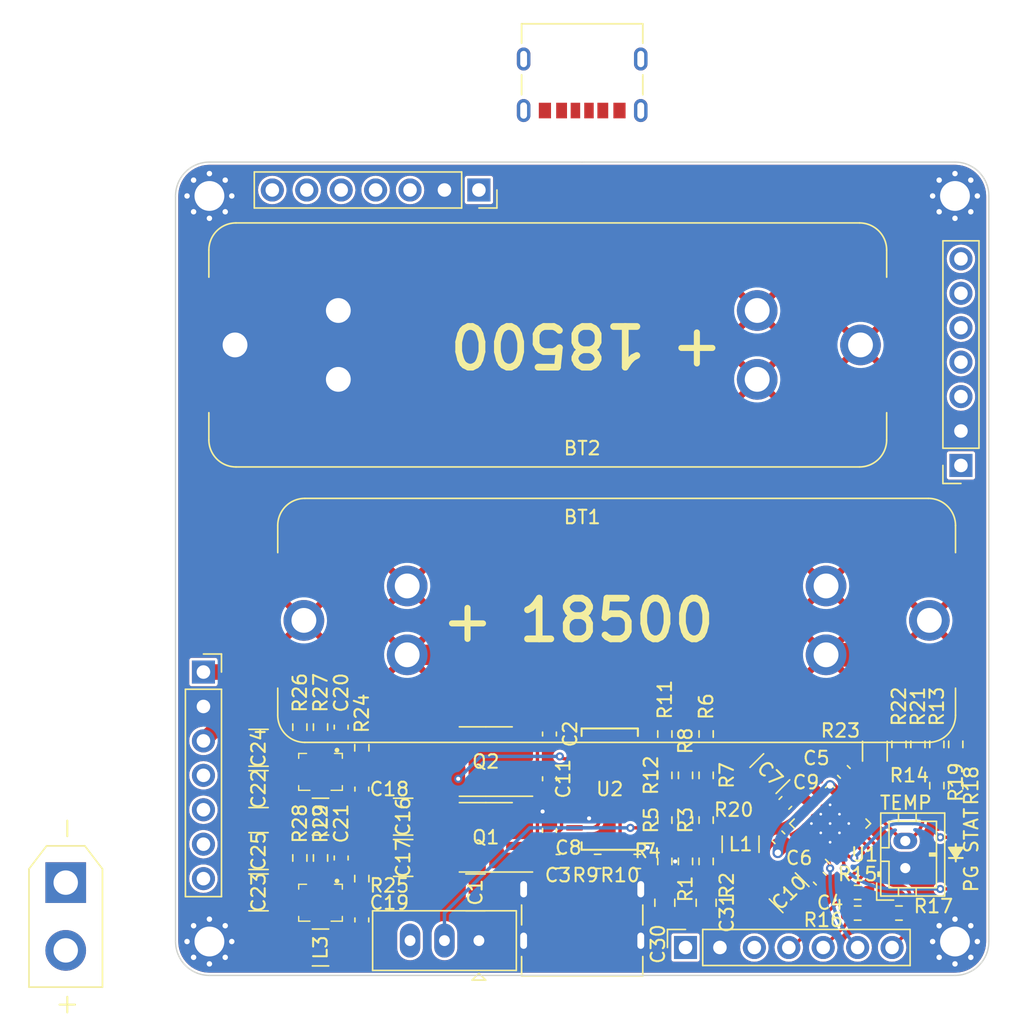
<source format=kicad_pcb>
(kicad_pcb (version 20211014) (generator pcbnew)
  (layers (0 "F.Cu" signal) (31 "B.Cu" signal) (34 "B.Paste" user) (35 "F.Paste" user) (36 "B.SilkS" user "B.Silkscreen") (37 "F.SilkS" user "F.Silkscreen") (38 "B.Mask" user) (39 "F.Mask" user) (44 "Edge.Cuts" user))
  (net 0 "")
  (net 1 "VBUS")
  (net 2 "GND")
  (net 3 "+5VREF")
  (net 4 "Net-(C6-Pad1)")
  (net 5 "SW")
  (net 6 "+BATT")
  (net 7 "/VS1")
  (net 8 "PMID")
  (net 9 "+5V")
  (net 10 "+3.3V")
  (net 11 "Net-(D1-Pad1)")
  (net 12 "Net-(D1-Pad2)")
  (net 13 "Net-(D2-Pad1)")
  (net 14 "Net-(D2-Pad2)")
  (net 15 "SDA")
  (net 16 "SCL")
  (net 17 "INT")
  (net 18 "PSEL")
  (net 19 "Net-(C9-Pad1)")
  (net 20 "/VS2")
  (net 21 "VDD")
  (net 22 "Net-(C20-Pad1)")
  (net 23 "TS")
  (net 28 "Net-(C21-Pad1)")
  (net 29 "Net-(BT1-Pad2)")
  (net 30 "MID")
  (net 31 "CBSET")
  (net 32 "CD")
  (net 33 "Net-(J1-PadA5)")
  (net 34 "Net-(J1-PadB5)")
  (net 43 "Net-(L2-Pad1)")
  (net 44 "Net-(L2-Pad2)")
  (net 45 "Net-(L3-Pad1)")
  (net 46 "Net-(L3-Pad2)")
  (net 47 "/G1")
  (net 48 "/G2")
  (net 49 "Net-(R1-Pad2)")
  (net 50 "Net-(R2-Pad2)")
  (net 51 "/UV1")
  (net 52 "/OV1")
  (net 53 "Net-(R11-Pad2)")
  (net 54 "Net-(R12-Pad2)")
  (net 55 "/UV2")
  (net 56 "/OV2")
  (net 57 "Net-(R20-Pad1)")
  (net 58 "Net-(R21-Pad2)")
  (net 59 "Net-(R24-Pad1)")
  (net 60 "Net-(R25-Pad1)")
  (net 61 "Net-(R26-Pad1)")
  (net 62 "Net-(R28-Pad1)")
  (net 65 "Net-(SW1-Pad2)")
  (net 66 "/VBUS_VALID")
  (net 67 "/VBAT_VALID")
  (footprint "Capacitor_SMD:C_1210_3225Metric" (layer "F.Cu") (at 126.124 123.876 180)
    (fp_text reference "C23")
    (fp_text value "10u(3225)")
  )
  (footprint "Resistor_SMD:R_0603_1608Metric" (layer "F.Cu") (at 129.172 121.336 90)
    (fp_text reference "R28")
    (fp_text value "470k")
  )
  (footprint "Capacitor_SMD:C_0603_1608Metric" (layer "F.Cu") (at 133.744 125.908 -90)
    (fp_text reference "C19")
    (fp_text value "0.1u")
  )
  (footprint "Resistor_SMD:R_0603_1608Metric" (layer "F.Cu") (at 156.096 112.192 -90)
    (fp_text reference "R11")
    (fp_text value "R_Small")
  )
  (footprint "Capacitor_SMD:C_0603_1608Metric" (layer "F.Cu") (at 164.986 117.272 -135)
    (fp_text reference "C9")
    (fp_text value "47p")
  )
  (footprint "Capacitor_SMD:C_0805_2012Metric" (layer "F.Cu") (at 156.096 124.638 90)
    (fp_text reference "C30")
    (fp_text value "4.7u")
  )
  (footprint "Resistor_SMD:R_0603_1608Metric" (layer "F.Cu") (at 130.696 121.336 -90)
    (fp_text reference "R29")
    (fp_text value "150k")
  )
  (footprint "Capacitor_SMD:C_1210_3225Metric" (layer "F.Cu") (at 136.792 118.288 180)
    (fp_text reference "C16")
    (fp_text value "10u(3225)")
  )
  (footprint "Kicad_Akiyuki_Footprint:CUI_UJC-HP-3-SMT-TR" (layer "F.Cu") (at 150 66.199 180)
    (fp_text reference "J1" hide)
    (fp_text value "USB_C_Receptacle_USB2.0")
  )
  (footprint "Resistor_SMD:R_0603_1608Metric" (layer "F.Cu") (at 157.62 118.542 90)
    (fp_text reference "R3")
    (fp_text value "R_Small")
  )
  (footprint "Capacitor_SMD:C_0603_1608Metric" (layer "F.Cu") (at 148.222 121.59)
    (fp_text reference "C3")
    (fp_text value "0.1u")
  )
  (footprint "Resistor_SMD:R_0603_1608Metric" (layer "F.Cu") (at 154.064 121.59)
    (fp_text reference "R10")
    (fp_text value "5.1k")
  )
  (footprint "Package_SO:SOIC-8_3.9x4.9mm_P1.27mm" (layer "F.Cu") (at 142.888 114.224 180)
    (fp_text reference "Q2")
    (fp_text value "FDS4935A")
  )
  (footprint "Resistor_SMD:R_0603_1608Metric" (layer "F.Cu") (at 157.62 115.24 -90)
    (fp_text reference "R8")
    (fp_text value "R_Small")
  )
  (footprint "Capacitor_SMD:C_1210_3225Metric" (layer "F.Cu") (at 165.266983 123.902983 -45)
    (fp_text reference "C10")
    (fp_text value "10u(3225)")
  )
  (footprint "Button_Switch_THT_extlib:NKK_SS-12SDP2" (layer "F.Cu") (at 139.84 127.432 180)
    (fp_text reference "SW1" hide)
    (fp_text value "SW_SPDT")
  )
  (footprint "Battery_extlib:BatteryClip_Keystone_18500" (layer "F.Cu") (at 147.46 83.49 180)
    (fp_text reference "BT2")
    (fp_text value "BATT")
  )
  (footprint "Connector_PinSocket_2.54mm:PinSocket_1x07_P2.54mm_Vertical" (layer "F.Cu") (at 122.06 107.62)
    (fp_text reference "J5" hide)
    (fp_text value "Conn_01x07")
  )
  (footprint "Kicad_Akiyuki_Footprint:CUI_UJC-HP-3-SMT-TR" (layer "F.Cu") (at 150 123.641)
    (fp_text reference "J1" hide)
    (fp_text value "USB_C_Receptacle_USB2.0")
  )
  (footprint "Resistor_SMD:R_0603_1608Metric" (layer "F.Cu") (at 173.368 125.4 180)
    (fp_text reference "R17")
    (fp_text value "4.7k")
  )
  (footprint "Capacitor_SMD:C_0603_1608Metric" (layer "F.Cu") (at 169.304 114.986 135)
    (fp_text reference "C5")
    (fp_text value "4.7u")
  )
  (footprint "MountingHole:MountingHole_2.2mm_M2_Pad_Via" (layer "F.Cu") (at 177.5 127.5)
    (fp_text reference "H4" hide)
    (fp_text value "MH")
  )
  (footprint "Resistor_SMD:R_0603_1608Metric" (layer "F.Cu") (at 159.144 121.59 90)
    (fp_text reference "R2")
    (fp_text value "R_Small")
  )
  (footprint "Capacitor_SMD:C_1210_3225Metric" (layer "F.Cu") (at 126.124 116.256 180)
    (fp_text reference "C22")
    (fp_text value "10u(3225)")
  )
  (footprint "Resistor_SMD:R_0603_1608Metric" (layer "F.Cu") (at 173.368 112.954 -90)
    (fp_text reference "R22")
    (fp_text value "330")
  )
  (footprint "Resistor_SMD:R_1206_3216Metric" (layer "F.Cu") (at 171.59 113.462 -90)
    (fp_text reference "R23")
    (fp_text value "10(3216)")
  )
  (footprint "LED_SMD:LED_0603_1608Metric" (layer "F.Cu") (at 177.559 122.86 90)
    (fp_text reference "D2" hide)
    (fp_text value "PWRGOOD")
  )
  (footprint "Resistor_SMD:R_0603_1608Metric" (layer "F.Cu") (at 159.144 118.542 90)
    (fp_text reference "R20")
    (fp_text value "240k")
  )
  (footprint "Capacitor_SMD:C_1210_3225Metric" (layer "F.Cu") (at 126.124 120.828 180)
    (fp_text reference "C25")
    (fp_text value "22u(3225)")
  )
  (footprint "Module_SparkFun_Buck-Boost:VQFN-15-HR(3X2.5)" (layer "F.Cu") (at 130.696 124.638 -90)
    (fp_text reference "U4" hide)
    (fp_text value "TPS63070")
  )
  (footprint "Capacitor_SMD:C_0603_1608Metric" (layer "F.Cu") (at 133.744 116.256 -90)
    (fp_text reference "C18")
    (fp_text value "0.1u")
  )
  (footprint "Inductor_SMD:L_1210_3225Metric" (layer "F.Cu") (at 161.684 120.32 -90)
    (fp_text reference "L1")
    (fp_text value "1uH")
  )
  (footprint "Resistor_SMD:R_0603_1608Metric" (layer "F.Cu") (at 174.765 112.954 -90)
    (fp_text reference "R21")
    (fp_text value "374")
  )
  (footprint "Capacitor_SMD:C_1210_3225Metric" (layer "F.Cu") (at 142.126 123.876 180)
    (fp_text reference "C1")
    (fp_text value "10u(3225)")
  )
  (footprint "Resistor_SMD:R_0603_1608Metric" (layer "F.Cu") (at 156.096 118.542 -90)
    (fp_text reference "R5")
    (fp_text value "R_Small")
  )
  (footprint "Resistor_SMD:R_0603_1608Metric" (layer "F.Cu") (at 159.144 112.192 -90)
    (fp_text reference "R6")
    (fp_text value "R_Small")
  )
  (footprint "Resistor_SMD:R_0603_1608Metric" (layer "F.Cu") (at 177.559 116.002 90)
    (fp_text reference "R18")
    (fp_text value "1k")
  )
  (footprint "Battery_extlib:BatteryClip_Keystone_18500" (layer "F.Cu") (at 152.54 103.81)
    (fp_text reference "BT1")
    (fp_text value "BATT")
  )
  (footprint "Resistor_SMD:R_0603_1608Metric" (layer "F.Cu") (at 157.62 121.59 90)
    (fp_text reference "R1")
    (fp_text value "R_Small")
  )
  (footprint "Connector_PinSocket_2.54mm:PinSocket_1x07_P2.54mm_Vertical" (layer "F.Cu") (at 142.38 72.06 -90)
    (fp_text reference "J4" hide)
    (fp_text value "Conn_01x07")
  )
  (footprint "Resistor_SMD:R_0603_1608Metric" (layer "F.Cu") (at 177.559 112.954 -90)
    (fp_text reference "R19")
    (fp_text value "1k")
  )
  (footprint "LED_SMD:LED_0603_1608Metric" (layer "F.Cu") (at 177.559 119.05 90)
    (fp_text reference "D1" hide)
    (fp_text value "STAT")
  )
  (footprint "Resistor_SMD:R_0603_1608Metric" (layer "F.Cu") (at 176.162 112.954 90)
    (fp_text reference "R13")
    (fp_text value "5.11k")
  )
  (footprint "Connector_JST:JST_PH_B2B-PH-K_1x02_P2.00mm_Vertical" (layer "F.Cu") (at 173.834 122.082 90)
    (fp_text reference "J2" hide)
    (fp_text value "Thermistor")
  )
  (footprint "Connector_AMASS:AMASS_XT30UPB-F_1x02_P5.0mm_Vertical" (layer "F.Cu") (at 111.9 123.154 -90)
    (fp_text reference "J7" hide)
    (fp_text value "Power")
  )
  (footprint "Connector_PinSocket_2.54mm:PinSocket_1x07_P2.54mm_Vertical" (layer "F.Cu") (at 177.94 92.38 180)
    (fp_text reference "J6" hide)
    (fp_text value "Conn_01x07")
  )
  (footprint "Package_SO:SOIC-8_3.9x4.9mm_P1.27mm" (layer "F.Cu") (at 142.888 119.812 180)
    (fp_text reference "Q1")
    (fp_text value "FDS4935A")
  )
  (footprint "Connector_PinSocket_2.54mm:PinSocket_1x07_P2.54mm_Vertical" (layer "F.Cu") (at 157.62 127.94 90)
    (fp_text reference "J3" hide)
    (fp_text value "Conn_01x07")
  )
  (footprint "Resistor_SMD:R_0603_1608Metric" (layer "F.Cu") (at 129.172 111.684 90)
    (fp_text reference "R26")
    (fp_text value "680k")
  )
  (footprint "MountingHole:MountingHole_2.2mm_M2_Pad_Via" (layer "F.Cu") (at 122.5 127.5)
    (fp_text reference "H3" hide)
    (fp_text value "MH")
  )
  (footprint "Inductor_SMD:L_1210_3225Metric" (layer "F.Cu") (at 130.696 118.288 180)
    (fp_text reference "L2")
    (fp_text value "1uH")
  )
  (footprint "Capacitor_SMD:C_0603_1608Metric" (layer "F.Cu") (at 164.478 119.812 135)
    (fp_text reference "C6")
    (fp_text value "0.047u")
  )
  (footprint "Resistor_SMD:R_0603_1608Metric" (layer "F.Cu") (at 156.096 115.24 90)
    (fp_text reference "R12")
    (fp_text value "R_Small")
  )
  (footprint "Resistor_SMD:R_0603_1608Metric" (layer "F.Cu") (at 170.32 125.4)
    (fp_text reference "R16")
    (fp_text value "4.7k")
  )
  (footprint "Capacitor_SMD:C_1210_3225Metric" (layer "F.Cu") (at 136.792 121.336 180)
    (fp_text reference "C17")
    (fp_text value "10u(3225)")
  )
  (footprint "Inductor_SMD:L_1210_3225Metric" (layer "F.Cu") (at 130.696 127.94 180)
    (fp_text reference "L3")
    (fp_text value "1uH")
  )
  (footprint "Capacitor_SMD:C_0603_1608Metric" (layer "F.Cu") (at 147.587 112.192 -90)
    (fp_text reference "C2")
    (fp_text value "0.1u")
  )
  (footprint "MountingHole:MountingHole_2.2mm_M2_Pad_Via" (layer "F.Cu") (at 122.5 72.5)
    (fp_text reference "H2" hide)
    (fp_text value "MH")
  )
  (footprint "Capacitor_SMD:C_1210_3225Metric" (layer "F.Cu") (at 126.124 113.208 180)
    (fp_text reference "C24")
    (fp_text value "22u(3225)")
  )
  (footprint "Package_DFN_QFN:VQFN-24-1EP_4x4mm_P0.5mm_EP2.45x2.45mm_ThermalVias" (layer "F.Cu") (at 168.288 118.796 135)
    (fp_text reference "U1")
    (fp_text value "BQ25887RGER")
  )
  (footprint "Capacitor_SMD:C_0603_1608Metric" (layer "F.Cu") (at 147.587 115.494 90)
    (fp_text reference "C11")
    (fp_text value "0.1u")
  )
  (footprint "Capacitor_SMD:C_0805_2012Metric" (layer "F.Cu") (at 159.144 124.638 90)
    (fp_text reference "C31")
    (fp_text value "4.7u")
  )
  (footprint "Module_SparkFun_Buck-Boost:VQFN-15-HR(3X2.5)" (layer "F.Cu") (at 130.696 114.986 -90)
    (fp_text reference "U3" hide)
    (fp_text value "TPS63070")
  )
  (footprint "Resistor_SMD:R_0603_1608Metric" (layer "F.Cu") (at 170.32 123.876)
    (fp_text reference "R15")
    (fp_text value "4.7k")
  )
  (footprint "Resistor_SMD:R_0603_1608Metric" (layer "F.Cu") (at 156.096 121.59 90)
    (fp_text reference "R4")
    (fp_text value "R_Small")
  )
  (footprint "Capacitor_SMD:C_1210_3225Metric" (layer "F.Cu") (at 163.843 115.113 -135)
    (fp_text reference "C7")
    (fp_text value "10u(3225)")
  )
  (footprint "Resistor_SMD:R_0603_1608Metric" (layer "F.Cu") (at 133.744 122.86 -90)
    (fp_text reference "R25")
    (fp_text value "10k")
  )
  (footprint "Capacitor_SMD:C_0603_1608Metric" (layer "F.Cu") (at 167.526 122.86 -45)
    (fp_text reference "C4")
    (fp_text value "1u")
  )
  (footprint "Capacitor_SMD:C_0603_1608Metric" (layer "F.Cu") (at 132.22 111.684 90)
    (fp_text reference "C20")
    (fp_text value "0.1u")
  )
  (footprint "MountingHole:MountingHole_2.2mm_M2_Pad_Via" (layer "F.Cu") (at 177.5 72.5)
    (fp_text reference "H1" hide)
    (fp_text value "MH")
  )
  (footprint "Resistor_SMD:R_0603_1608Metric" (layer "F.Cu") (at 151.143 121.59)
    (fp_text reference "R9")
    (fp_text value "5.1k")
  )
  (footprint "Resistor_SMD:R_0603_1608Metric" (layer "F.Cu") (at 133.744 113.208 -90)
    (fp_text reference "R24")
    (fp_text value "10k")
  )
  (footprint "Capacitor_SMD:C_0603_1608Metric" (layer "F.Cu") (at 132.22 121.336 90)
    (fp_text reference "C21")
    (fp_text value "0.1u")
  )
  (footprint "Capacitor_SMD:C_0603_1608Metric" (layer "F.Cu") (at 147.587 119.304 90)
    (fp_text reference "C8")
    (fp_text value "0.1u")
  )
  (footprint "Resistor_SMD:R_0603_1608Metric" (layer "F.Cu") (at 176.162 116.002 90)
    (fp_text reference "R14")
    (fp_text value "30k")
  )
  (footprint "Package_SO:SSOP-24_3.9x8.7mm_P0.635mm" (layer "F.Cu") (at 152.032 116.256 180)
    (fp_text reference "U2")
    (fp_text value "LTC4417CGN")
  )
  (footprint "Resistor_SMD:R_0603_1608Metric" (layer "F.Cu") (at 159.144 115.24 -90)
    (fp_text reference "R7")
    (fp_text value "R_Small")
  )
  (footprint "Resistor_SMD:R_0603_1608Metric" (layer "F.Cu") (at 130.696 111.684 -90)
    (fp_text reference "R27")
    (fp_text value "130k")
  )
  (gr_poly (pts (xy 177.559 121.336) (xy 177.051 120.574) (xy 178.067 120.574)) (layer "F.SilkS") (width 0.15) (fill solid))
  (gr_line (start 177.051 121.336) (end 178.067 121.336) (layer "F.SilkS") (width 0.15))
  (gr_line (start 177.559 120.32) (end 177.559 121.59) (layer "F.SilkS") (width 0.15))
  (gr_arc (start 122.5 130) (mid 120.732233 129.267767) (end 120 127.5) (layer "Edge.Cuts") (width 0.1))
  (gr_line (start 150 70) (end 122.5 70) (layer "Edge.Cuts") (width 0.1))
  (gr_arc (start 120 72.5) (mid 120.732233 70.732233) (end 122.5 70) (layer "Edge.Cuts") (width 0.1))
  (gr_arc (start 180 127.5) (mid 179.267767 129.267767) (end 177.5 130) (layer "Edge.Cuts") (width 0.1))
  (gr_line (start 122.5 130) (end 177.5 130) (layer "Edge.Cuts") (width 0.1))
  (gr_line (start 120 72.5) (end 120 127.5) (layer "Edge.Cuts") (width 0.1))
  (gr_arc (start 177.5 70) (mid 179.267767 70.732233) (end 180 72.5) (layer "Edge.Cuts") (width 0.1))
  (gr_line (start 180 127.5) (end 180 72.5) (layer "Edge.Cuts") (width 0.1))
  (gr_line (start 150 70) (end 177.5 70) (layer "Edge.Cuts") (width 0.1))
  (gr_text "PG" (at 178.702 122.86 90) (layer "F.SilkS") (effects (font (size 1 1))))
  (gr_text "STAT" (at 178.702 119.304 90) (layer "F.SilkS") (effects (font (size 1 1))))
  (gr_text "TEMP" (at 173.876 117.272) (layer "F.SilkS") (effects (font (size 1 1))))
  (segment (start 144.6 125.588) (end 156.096 125.588) (width 1.5) (layer "F.Cu") (net 1))
  (segment (start 166.977992 122.311992) (end 166.977992 121.166668) (width 0.35) (layer "F.Cu") (net 1))
  (segment (start 148.48 123.641) (end 148.48 125.588) (width 0.8) (layer "F.Cu") (net 1))
  (segment (start 147.447 121.603) (end 146.698 122.352) (width 0.25) (layer "F.Cu") (net 1))
  (segment (start 147.46 121.59) (end 148.476 120.574) (width 0.25) (layer "F.Cu") (net 1))
  (segment (start 166.977992 122.311992) (end 163.701984 125.588) (width 1) (layer "F.Cu") (net 1))
  (segment (start 143.601 123.876) (end 143.601 124.589) (width 1.5) (layer "F.Cu") (net 1))
  (segment (start 148.476 120.574) (end 149.111 120.574) (width 0.25) (layer "F.Cu") (net 1))
  (segment (start 147.447 121.59) (end 147.46 121.59) (width 0.25) (layer "F.Cu") (net 1))
  (segment (start 146.698 122.352) (end 144.539 122.352) (width 0.25) (layer "F.Cu") (net 1))
  (segment (start 143.601 124.589) (end 144.6 125.588) (width 1.5) (layer "F.Cu") (net 1))
  (segment (start 149.432 120.253) (end 149.432 119.7485) (width 0.25) (layer "F.Cu") (net 1))
  (segment (start 166.977992 121.166668) (end 167.572625 120.572035) (width 0.35) (layer "F.Cu") (net 1))
  (segment (start 144.539 122.352) (end 143.601 123.29) (width 0.25) (layer "F.Cu") (net 1))
  (segment (start 157.432 125.588) (end 156.096 125.588) (width 1) (layer "F.Cu") (net 1))
  (segment (start 163.701984 125.588) (end 157.432 125.588) (width 1) (layer "F.Cu") (net 1))
  (segment (start 143.601 123.29) (end 143.601 123.876) (width 0.25) (layer "F.Cu") (net 1))
  (segment (start 147.447 121.59) (end 147.447 121.603) (width 0.25) (layer "F.Cu") (net 1))
  (segment (start 149.111 120.574) (end 149.432 120.253) (width 0.25) (layer "F.Cu") (net 1))
  (segment (start 151.52 123.641) (end 151.52 125.588) (width 0.8) (layer "F.Cu") (net 1))
  (segment (start 157.62 122.415) (end 157.62 125.588) (width 0.25) (layer "F.Cu") (net 1))
  (segment (start 130.696 125.238) (end 130.696 126.924) (width 0.35) (layer "F.Cu") (net 2))
  (segment (start 130.696 115.586) (end 130.696 117.272) (width 0.35) (layer "F.Cu") (net 2))
  (via (at 147.079 117.907) (size 0.6) (drill 0.3) (layers "F.Cu" "B.Cu") (net 2))
  (via (at 150.508 118.415) (size 0.6) (drill 0.3) (layers "F.Cu" "B.Cu") (net 2))
  (via (at 156.858 121.59) (size 0.6) (drill 0.3) (layers "F.Cu" "B.Cu") (net 2))
  (via (at 154.826 120.574) (size 0.6) (drill 0.3) (layers "F.Cu" "B.Cu") (net 2))
  (segment (start 169.163045 116.860295) (end 169.401351 116.621989) (width 0.25) (layer "F.Cu") (net 3))
  (segment (start 175.019 112.954) (end 172.432016 112.954) (width 0.25) (layer "F.Cu") (net 3))
  (segment (start 176.162 112.149462) (end 175.596791 112.714671) (width 0.25) (layer "F.Cu") (net 3))
  (segment (start 176.162 112.129) (end 176.162 112.149462) (width 0.25) (layer "F.Cu") (net 3))
  (segment (start 177.559 113.779) (end 177.559 115.177) (width 0.25) (layer "F.Cu") (net 3))
  (segment (start 176.162 112.129) (end 177.559 113.779) (width 0.25) (layer "F.Cu") (net 3))
  (arc (start 169.401351 116.621989) (mid 169.734886 116.122819) (end 169.852008 115.534008) (width 0.25) (layer "F.Cu") (net 3))
  (arc (start 175.596791 112.714671) (mid 175.331698 112.891801) (end 175.019 112.954) (width 0.25) (layer "F.Cu") (net 3))
  (arc (start 172.432016 112.954) (mid 170.607675 113.709667) (end 169.852008 115.534008) (width 0.25) (layer "F.Cu") (net 3))
  (segment (start 168.623876 116.321126) (end 168.288 115.98525) (width 0.775) (layer "F.Cu") (net 4))
  (segment (start 165.026008 120.360008) (end 164.431016 120.955) (width 0.775) (layer "F.Cu") (net 4))
  (via (at 164.431016 120.955) (size 0.775) (drill 0.475) (layers "F.Cu" "B.Cu") (net 4))
  (via (at 168.288 115.98525) (size 0.775) (drill 0.475) (layers "F.Cu" "B.Cu") (net 4))
  (segment (start 165.21786 119.055389) (end 168.288 115.98525) (width 0.775) (layer "B.Cu") (net 4))
  (arc (start 164.431016 120.955) (mid 164.63551 119.926938) (end 165.21786 119.055389) (width 0.775) (layer "B.Cu") (net 4))
  (segment (start 161.684 118.92) (end 163.099522 118.92) (width 0.75) (layer "F.Cu") (net 5))
  (segment (start 166.175518 118.097732) (end 165.772415 118.500835) (width 0.75) (layer "F.Cu") (net 5))
  (arc (start 165.772415 118.500835) (mid 164.927104 119.065654) (end 163.929992 119.263992) (width 0.75) (layer "F.Cu") (net 5))
  (arc (start 163.099522 118.92) (mid 163.548969 119.009401) (end 163.929992 119.263992) (width 0.75) (layer "F.Cu") (net 5))
  (segment (start 154.127 106.35) (end 137.09 106.35) (width 1.5) (layer "F.Cu") (net 6))
  (segment (start 154.127 106.35) (end 159.144 111.367) (width 1.5) (layer "F.Cu") (net 6))
  (segment (start 149.432 119.1135) (end 150.6985 119.1135) (width 0.25) (layer "F.Cu") (net 6))
  (segment (start 166.076231 115.170017) (end 165.985983 115.170017) (width 0.75) (layer "F.Cu") (net 6))
  (segment (start 167.589732 116.683518) (end 166.076231 115.170017) (width 0.75) (layer "F.Cu") (net 6))
  (segment (start 149.733 111.417) (end 151.27 112.954) (width 0.25) (layer "F.Cu") (net 6))
  (segment (start 162.182966 111.367) (end 165.985983 115.170017) (width 1.5) (layer "F.Cu") (net 6))
  (segment (start 147.587 106.35) (end 147.587 111.417) (width 0.25) (layer "F.Cu") (net 6))
  (segment (start 159.144 111.367) (end 162.182966 111.367) (width 1.5) (layer "F.Cu") (net 6))
  (segment (start 147.587 111.417) (end 149.733 111.417) (width 0.25) (layer "F.Cu") (net 6))
  (segment (start 151.27 112.954) (end 151.27 118.542) (width 0.25) (layer "F.Cu") (net 6))
  (arc (start 150.6985 119.1135) (mid 151.102612 118.946112) (end 151.27 118.542) (width 0.25) (layer "F.Cu") (net 6))
  (segment (start 147.574 120.079) (end 147.587 120.079) (width 0.25) (layer "F.Cu") (net 7))
  (segment (start 148.476 119.19) (end 147.587 120.079) (width 0.25) (layer "F.Cu") (net 7))
  (segment (start 148.6665 117.8435) (end 148.476 118.034) (width 0.25) (layer "F.Cu") (net 7))
  (segment (start 149.432 117.8435) (end 148.6665 117.8435) (width 0.25) (layer "F.Cu") (net 7))
  (segment (start 145.936 121.717) (end 147.574 120.079) (width 0.25) (layer "F.Cu") (net 7))
  (segment (start 145.363 121.717) (end 145.936 121.717) (width 0.25) (layer "F.Cu") (net 7))
  (segment (start 148.476 118.034) (end 148.476 119.19) (width 0.25) (layer "F.Cu") (net 7))
  (segment (start 164.224 122.86) (end 164.07395 122.70995) (width 0.75) (layer "F.Cu") (net 8))
  (segment (start 166.882625 120.201375) (end 164.224 122.86) (width 0.75) (layer "F.Cu") (net 8))
  (arc (start 164.07395 122.70995) (mid 162.977432 121.977279) (end 161.684 121.72) (width 0.75) (layer "F.Cu") (net 8))
  (segment (start 129.172 110.859) (end 127.599 110.859) (width 0.25) (layer "F.Cu") (net 9))
  (segment (start 127.599 110.859) (end 127.599 113.208) (width 0.25) (layer "F.Cu") (net 9))
  (segment (start 125.616 107.62) (end 122.06 107.62) (width 1.15) (layer "F.Cu") (net 9))
  (segment (start 127.599 116.256) (end 127.599 113.208) (width 1.15) (layer "F.Cu") (net 9))
  (segment (start 127.599 113.208) (end 127.599 109.603) (width 1.15) (layer "F.Cu") (net 9))
  (segment (start 129.2 115.511) (end 127.599 115.511) (width 0.85) (layer "F.Cu") (net 9))
  (segment (start 127.599 109.603) (end 125.616 107.62) (width 1.15) (layer "F.Cu") (net 9))
  (segment (start 123.838 110.922) (end 125.362 110.922) (width 1.15) (layer "F.Cu") (net 10))
  (segment (start 127.599 123.876) (end 127.599 124.589) (width 0.85) (layer "F.Cu") (net 10))
  (segment (start 127.916 120.511) (end 127.599 120.828) (width 0.25) (layer "F.Cu") (net 10))
  (segment (start 127.599 124.589) (end 128.173 125.163) (width 0.85) (layer "F.Cu") (net 10))
  (segment (start 127.599 119.255) (end 127.599 120.828) (width 1.15) (layer "F.Cu") (net 10))
  (segment (start 129.172 120.511) (end 127.916 120.511) (width 0.25) (layer "F.Cu") (net 10))
  (segment (start 125.362 110.922) (end 126.124 111.684) (width 1.15) (layer "F.Cu") (net 10))
  (segment (start 128.173 125.163) (end 129.2 125.163) (width 0.85) (layer "F.Cu") (net 10))
  (segment (start 126.124 111.684) (end 126.124 117.78) (width 1.15) (layer "F.Cu") (net 10))
  (segment (start 126.124 117.78) (end 127.599 119.255) (width 1.15) (layer "F.Cu") (net 10))
  (segment (start 122.06 112.7) (end 123.838 110.922) (width 1.15) (layer "F.Cu") (net 10))
  (segment (start 127.599 123.876) (end 127.599 120.828) (width 1.15) (layer "F.Cu") (net 10))
  (segment (start 176.416 119.812) (end 177.497438 119.812) (width 0.25) (layer "F.Cu") (net 11))
  (segment (start 169.163045 120.731705) (end 169.556155 121.124815) (width 0.25) (layer "F.Cu") (net 11))
  (via (at 170.066 121.336) (size 0.6) (drill 0.3) (layers "F.Cu" "B.Cu") (net 11))
  (via (at 176.416 119.812) (size 0.6) (drill 0.3) (layers "F.Cu" "B.Cu") (net 11))
  (arc (start 177.497438 119.812) (mid 177.530755 119.818628) (end 177.559 119.8375) (width 0.25) (layer "F.Cu") (net 11))
  (arc (start 169.556155 121.124815) (mid 169.790074 121.281115) (end 170.066 121.336) (width 0.25) (layer "F.Cu") (net 11))
  (segment (start 174.384 118.796) (end 173.368 118.796) (width 0.25) (layer "B.Cu") (net 11))
  (segment (start 170.066 121.336) (end 172.067184 119.334816) (width 0.25) (layer "B.Cu") (net 11))
  (segment (start 176.416 119.812) (end 176.118421 119.514421) (width 0.25) (layer "B.Cu") (net 11))
  (arc (start 176.118421 119.514421) (mid 175.322662 118.982711) (end 174.384 118.796) (width 0.25) (layer "B.Cu") (net 11))
  (arc (start 172.067184 119.334816) (mid 172.664003 118.936034) (end 173.368 118.796) (width 0.25) (layer "B.Cu") (net 11))
  (segment (start 177.559 116.827) (end 177.559 118.2625) (width 0.25) (layer "F.Cu") (net 12))
  (segment (start 176.416 123.622) (end 177.497438 123.622) (width 0.25) (layer "F.Cu") (net 13))
  (segment (start 168.809491 121.085258) (end 169.117159 121.392926) (width 0.25) (layer "F.Cu") (net 13))
  (segment (start 169.304 121.844) (end 169.304 122.098) (width 0.25) (layer "F.Cu") (net 13))
  (via (at 169.304 122.098) (size 0.6) (drill 0.3) (layers "F.Cu" "B.Cu") (net 13))
  (via (at 176.416 123.622) (size 0.6) (drill 0.3) (layers "F.Cu" "B.Cu") (net 13))
  (arc (start 177.497438 123.622) (mid 177.530755 123.628628) (end 177.559 123.6475) (width 0.25) (layer "F.Cu") (net 13))
  (arc (start 169.117159 121.392926) (mid 169.255442 121.599881) (end 169.304 121.844) (width 0.25) (layer "F.Cu") (net 13))
  (segment (start 176.416 123.622) (end 172.983261 123.622) (width 0.25) (layer "B.Cu") (net 13))
  (arc (start 172.983261 123.622) (mid 170.992059 123.225925) (end 169.304 122.098) (width 0.25) (layer "B.Cu") (net 13))
  (segment (start 178.448 121.209) (end 178.448 112.954) (width 0.25) (layer "F.Cu") (net 14))
  (segment (start 177.559 122.0725) (end 177.5845 122.0725) (width 0.25) (layer "F.Cu") (net 14))
  (segment (start 177.5845 122.0725) (end 178.448 121.209) (width 0.25) (layer "F.Cu") (net 14))
  (segment (start 178.448 112.954) (end 177.623 112.129) (width 0.25) (layer "F.Cu") (net 14))
  (segment (start 177.623 112.129) (end 177.559 112.129) (width 0.25) (layer "F.Cu") (net 14))
  (segment (start 170.558592 121.986407) (end 170.32 122.225) (width 0.25) (layer "F.Cu") (net 15))
  (segment (start 169.495 123.876) (end 169.495 123.3187) (width 0.25) (layer "F.Cu") (net 15))
  (segment (start 169.450452 123.983547) (end 168.542 124.892) (width 0.25) (layer "F.Cu") (net 15))
  (segment (start 168.542 124.892) (end 165.673606 127.760394) (width 0.25) (layer "F.Cu") (net 15))
  (segment (start 169.870151 120.024598) (end 170.578 120.732447) (width 0.25) (layer "F.Cu") (net 15))
  (segment (start 169.685 122.86) (end 170.32 122.225) (width 0.25) (layer "F.Cu") (net 15))
  (arc (start 169.495 123.3187) (mid 169.544379 123.070454) (end 169.685 122.86) (width 0.25) (layer "F.Cu") (net 15))
  (arc (start 170.828 121.336) (mid 170.757983 121.687998) (end 170.558592 121.986407) (width 0.25) (layer "F.Cu") (net 15))
  (arc (start 169.495 123.876) (mid 169.483422 123.934204) (end 169.450452 123.983547) (width 0.25) (layer "F.Cu") (net 15))
  (arc (start 170.578 120.732447) (mid 170.763027 121.009359) (end 170.828 121.336) (width 0.25) (layer "F.Cu") (net 15))
  (arc (start 165.673606 127.760394) (mid 165.474666 127.893322) (end 165.24 127.94) (width 0.25) (layer "F.Cu") (net 15))
  (segment (start 170.32 124.13) (end 170.32 123.525815) (width 0.25) (layer "F.Cu") (net 16))
  (segment (start 169.304 126.416) (end 167.78 127.94) (width 0.25) (layer "F.Cu") (net 16))
  (segment (start 170.701 122.606) (end 170.886987 122.420013) (width 0.25) (layer "F.Cu") (net 16))
  (segment (start 170.94521 120.39255) (end 170.223705 119.671045) (width 0.25) (layer "F.Cu") (net 16))
  (segment (start 169.495 125.4) (end 169.495 125.954886) (width 0.25) (layer "F.Cu") (net 16))
  (segment (start 169.540255 125.290745) (end 170.050592 124.780408) (width 0.25) (layer "F.Cu") (net 16))
  (arc (start 169.495 125.4) (mid 169.506761 125.340872) (end 169.540255 125.290745) (width 0.25) (layer "F.Cu") (net 16))
  (arc (start 169.495 125.954886) (mid 169.44536 126.204439) (end 169.304 126.416) (width 0.25) (layer "F.Cu") (net 16))
  (arc (start 170.32 123.525815) (mid 170.419019 123.028015) (end 170.701 122.606) (width 0.25) (layer "F.Cu") (net 16))
  (arc (start 170.050592 124.780408) (mid 170.249983 124.481998) (end 170.32 124.13) (width 0.25) (layer "F.Cu") (net 16))
  (arc (start 170.886987 122.420013) (mid 171.219305 121.922664) (end 171.336 121.336) (width 0.25) (layer "F.Cu") (net 16))
  (arc (start 171.336 121.336) (mid 171.234437 120.825409) (end 170.94521 120.39255) (width 0.25) (layer "F.Cu") (net 16))
  (segment (start 170.577258 119.317491) (end 171.640815 120.381048) (width 0.25) (layer "F.Cu") (net 17))
  (segment (start 173.876 126.924) (end 172.86 127.94) (width 0.25) (layer "F.Cu") (net 17))
  (segment (start 173.114 123.368) (end 173.368 123.368) (width 0.25) (layer "F.Cu") (net 17))
  (segment (start 172.352 122.098) (end 172.352 122.606) (width 0.25) (layer "F.Cu") (net 17))
  (segment (start 174.193 124.193) (end 174.193 125.4) (width 0.25) (layer "F.Cu") (net 17))
  (segment (start 174.193 125.4) (end 174.193 126.158695) (width 0.25) (layer "F.Cu") (net 17))
  (arc (start 174.193 126.158695) (mid 174.110614 126.572875) (end 173.876 126.924) (width 0.25) (layer "F.Cu") (net 17))
  (arc (start 172.352 122.606) (mid 172.575185 123.144815) (end 173.114 123.368) (width 0.25) (layer "F.Cu") (net 17))
  (arc (start 173.368 123.368) (mid 173.951363 123.609637) (end 174.193 124.193) (width 0.25) (layer "F.Cu") (net 17))
  (arc (start 171.640815 120.381048) (mid 172.167169 121.168792) (end 172.352 122.098) (width 0.25) (layer "F.Cu") (net 17))
  (segment (start 167.766509 121.085258) (end 167.940633 121.259382) (width 0.25) (layer "F.Cu") (net 18))
  (via (at 168.288 122.098) (size 0.6) (drill 0.3) (layers "F.Cu" "B.Cu") (net 18))
  (arc (start 167.940633 121.259382) (mid 168.197722 121.644143) (end 168.288 122.098) (width 0.25) (layer "F.Cu") (net 18))
  (segment (start 168.288 123.034319) (end 168.288 122.098) (width 0.25) (layer "B.Cu") (net 18))
  (arc (start 170.32 127.94) (mid 168.816099 125.689255) (end 168.288 123.034319) (width 0.25) (layer "B.Cu") (net 18))
  (segment (start 166.882625 117.390625) (end 166.698228 117.206228) (width 0.75) (layer "F.Cu") (net 19))
  (arc (start 166.698228 117.206228) (mid 166.16408 116.849321) (end 165.534008 116.723992) (width 0.75) (layer "F.Cu") (net 19))
  (segment (start 147.8915 116.5735) (end 147.587 116.269) (width 0.25) (layer "F.Cu") (net 20))
  (segment (start 147.587 116.269) (end 145.503 116.269) (width 0.25) (layer "F.Cu") (net 20))
  (segment (start 145.503 116.269) (end 145.363 116.129) (width 0.25) (layer "F.Cu") (net 20))
  (segment (start 149.432 116.5735) (end 147.8915 116.5735) (width 0.25) (layer "F.Cu") (net 20))
  (segment (start 132.2 125.163) (end 133.714 125.163) (width 0.85) (layer "F.Cu") (net 21))
  (segment (start 133.714 125.163) (end 133.744 125.133) (width 0.85) (layer "F.Cu") (net 21))
  (segment (start 132.2 115.511) (end 133.714 115.511) (width 0.85) (layer "F.Cu") (net 21))
  (segment (start 149.432 114.0335) (end 148.808907 114.0335) (width 0.25) (layer "F.Cu") (net 21))
  (segment (start 133.714 115.511) (end 133.744 115.481) (width 0.85) (layer "F.Cu") (net 21))
  (via (at 140.856 115.494) (size 0.6) (drill 0.3) (layers "F.Cu" "B.Cu") (net 21))
  (via (at 148.349 113.843) (size 0.6) (drill 0.3) (layers "F.Cu" "B.Cu") (net 21))
  (arc (start 148.808907 114.0335) (mid 148.560007 113.983991) (end 148.349 113.843) (width 0.25) (layer "F.Cu") (net 21))
  (segment (start 148.349 113.843) (end 142.507 113.843) (width 0.25) (layer "B.Cu") (net 21))
  (segment (start 142.507 113.843) (end 140.856 115.494) (width 0.25) (layer "B.Cu") (net 21))
  (segment (start 130.446 113.836) (end 130.446 113.458) (width 0.25) (layer "F.Cu") (net 22))
  (segment (start 130.696 113.208) (end 131.471 113.208) (width 0.25) (layer "F.Cu") (net 22))
  (segment (start 131.471 113.208) (end 132.22 112.459) (width 0.25) (layer "F.Cu") (net 22))
  (arc (start 130.446 113.458) (mid 130.519223 113.281223) (end 130.696 113.208) (width 0.25) (layer "F.Cu") (net 22))
  (segment (start 174.638 119.558) (end 174.31199 119.88401) (width 0.25) (layer "F.Cu") (net 23))
  (segment (start 171.732407 118.176408) (end 173.499407 119.943407) (width 0.25) (layer "F.Cu") (net 23))
  (segment (start 171.642604 118.086604) (end 171.732407 118.176408) (width 0.25) (layer "F.Cu") (net 23))
  (segment (start 176.162 115.177) (end 175.549759 115.789241) (width 0.25) (layer "F.Cu") (net 23))
  (segment (start 170.577258 118.274509) (end 170.757926 118.093841) (width 0.25) (layer "F.Cu") (net 23))
  (segment (start 175.146 116.764) (end 175.146 118.33158) (width 0.25) (layer "F.Cu") (net 23))
  (segment (start 176.162 115.177) (end 176.162 113.779) (width 0.25) (layer "F.Cu") (net 23))
  (arc (start 170.757926 118.093841) (mid 170.96488 117.955558) (end 171.209 117.907) (width 0.25) (layer "F.Cu") (net 23))
  (arc (start 175.146 118.33158) (mid 175.013975 118.995314) (end 174.638 119.558) (width 0.25) (layer "F.Cu") (net 23))
  (arc (start 174.31199 119.88401) (mid 174.092686 120.030544) (end 173.834 120.082) (width 0.25) (layer "F.Cu") (net 23))
  (arc (start 173.499407 119.943407) (mid 173.65292 120.045981) (end 173.834 120.082) (width 0.25) (layer "F.Cu") (net 23))
  (arc (start 175.549759 115.789241) (mid 175.250934 116.236464) (end 175.146 116.764) (width 0.25) (layer "F.Cu") (net 23))
  (arc (start 171.209 117.907) (mid 171.443665 117.953678) (end 171.642604 118.086604) (width 0.25) (layer "F.Cu") (net 23))
  (segment (start 130.446 123.488) (end 130.446 123.11) (width 0.25) (layer "F.Cu") (net 28))
  (segment (start 131.471 122.86) (end 132.22 122.111) (width 0.25) (layer "F.Cu") (net 28))
  (segment (start 130.696 122.86) (end 131.471 122.86) (width 0.25) (layer "F.Cu") (net 28))
  (arc (start 130.446 123.11) (mid 130.519223 122.933223) (end 130.696 122.86) (width 0.25) (layer "F.Cu") (net 28))
  (segment (start 167.99 106.35) (end 171.59 106.35) (width 1.75) (layer "F.Cu") (net 29))
  (segment (start 171.59 106.35) (end 171.59 111.68) (width 1.75) (layer "F.Cu") (net 29))
  (segment (start 173.368 112.129) (end 171.7195 112.129) (width 0.8) (layer "F.Cu") (net 29))
  (segment (start 171.7195 112.129) (end 171.59 111.9995) (width 0.8) (layer "F.Cu") (net 29))
  (segment (start 173.368 113.779) (end 173.368 114.986) (width 0.25) (layer "F.Cu") (net 30))
  (segment (start 169.870151 117.567402) (end 170.787527 116.650026) (width 0.25) (layer "F.Cu") (net 30))
  (arc (start 170.787527 116.650026) (mid 171.505313 116.170416) (end 172.352 116.002) (width 0.25) (layer "F.Cu") (net 30))
  (arc (start 173.368 114.986) (mid 173.07042 115.70442) (end 172.352 116.002) (width 0.25) (layer "F.Cu") (net 30))
  (segment (start 170.955 114.9245) (end 170.955 115.24) (width 0.25) (layer "F.Cu") (net 31))
  (segment (start 171.59 114.9245) (end 170.955 114.9245) (width 0.25) (layer "F.Cu") (net 31))
  (segment (start 170.576382 116.154065) (end 169.516598 117.213849) (width 0.25) (layer "F.Cu") (net 31))
  (arc (start 170.955 115.24) (mid 170.8566 115.734688) (end 170.576382 116.154065) (width 0.25) (layer "F.Cu") (net 31))
  (segment (start 150.273452 121.697547) (end 149.873 122.098) (width 0.25) (layer "F.Cu") (net 33))
  (segment (start 149.5 123.641) (end 149.5 122.86) (width 0.25) (layer "F.Cu") (net 33))
  (segment (start 149.873 122.098) (end 149.775065 122.195935) (width 0.25) (layer "F.Cu") (net 33))
  (arc (start 149.775065 122.195935) (mid 149.571487 122.50061) (end 149.5 122.86) (width 0.25) (layer "F.Cu") (net 33))
  (arc (start 150.318 121.59) (mid 150.306422 121.648204) (end 150.273452 121.697547) (width 0.25) (layer "F.Cu") (net 33))
  (segment (start 150.635 123.495) (end 150.5 123.495) (width 0.25) (layer "F.Cu") (net 34))
  (segment (start 153.239 121.653) (end 152.592605 122.299395) (width 0.25) (layer "F.Cu") (net 34))
  (segment (start 150.5 123.495) (end 150.5 123.641) (width 0.25) (layer "F.Cu") (net 34))
  (segment (start 153.239 121.59) (end 153.239 121.653) (width 0.25) (layer "F.Cu") (net 34))
  (segment (start 150.635 122.86) (end 150.635 123.495) (width 0.25) (layer "F.Cu") (net 34))
  (segment (start 152.159 122.479) (end 151.016 122.479) (width 0.25) (layer "F.Cu") (net 34))
  (arc (start 151.016 122.479) (mid 150.746592 122.590592) (end 150.635 122.86) (width 0.25) (layer "F.Cu") (net 34))
  (arc (start 152.592605 122.299395) (mid 152.393665 122.432322) (end 152.159 122.479) (width 0.25) (layer "F.Cu") (net 34))
  (segment (start 132.096 117.529) (end 132.096 118.288) (width 0.35) (layer "F.Cu") (net 43))
  (segment (start 131.196 116.629) (end 132.096 117.529) (width 0.35) (layer "F.Cu") (net 43))
  (segment (start 131.196 115.761) (end 131.196 116.629) (width 0.35) (layer "F.Cu") (net 43))
  (segment (start 130.196 115.761) (end 130.196 116.629) (width 0.35) (layer "F.Cu") (net 44))
  (segment (start 129.296 117.529) (end 129.296 118.288) (width 0.35) (layer "F.Cu") (net 44))
  (segment (start 130.196 116.629) (end 129.296 117.529) (width 0.35) (layer "F.Cu") (net 44))
  (segment (start 132.096 127.181) (end 132.096 127.94) (width 0.35) (layer "F.Cu") (net 45))
  (segment (start 131.196 125.413) (end 131.196 126.281) (width 0.35) (layer "F.Cu") (net 45))
  (segment (start 131.196 126.281) (end 132.096 127.181) (width 0.35) (layer "F.Cu") (net 45))
  (segment (start 130.196 125.413) (end 130.196 126.281) (width 0.35) (layer "F.Cu") (net 46))
  (segment (start 130.196 126.281) (end 129.296 127.181) (width 0.35) (layer "F.Cu") (net 46))
  (segment (start 129.296 127.181) (end 129.296 127.94) (width 0.35) (layer "F.Cu") (net 46))
  (segment (start 145.363 117.907) (end 146.063 117.907) (width 0.25) (layer "F.Cu") (net 47))
  (segment (start 146.444 117.526) (end 146.063 117.907) (width 0.25) (layer "F.Cu") (net 47))
  (segment (start 149.432 117.2085) (end 146.7615 117.2085) (width 0.25) (layer "F.Cu") (net 47))
  (segment (start 146.063 117.907) (end 146.698 118.542) (width 0.25) (layer "F.Cu") (net 47))
  (segment (start 146.698 119.812) (end 146.063 120.447) (width 0.25) (layer "F.Cu") (net 47))
  (segment (start 146.698 118.542) (end 146.698 119.812) (width 0.25) (layer "F.Cu") (net 47))
  (segment (start 146.063 120.447) (end 145.363 120.447) (width 0.25) (layer "F.Cu") (net 47))
  (segment (start 146.7615 117.2085) (end 146.444 117.526) (width 0.25) (layer "F.Cu") (net 47))
  (segment (start 148.6665 115.9385) (end 149.432 115.9385) (width 0.25) (layer "F.Cu") (net 48))
  (segment (start 146.698 114.224) (end 146.444 114.478) (width 0.25) (layer "F.Cu") (net 48))
  (segment (start 146.444 112.7) (end 146.698 112.954) (width 0.25) (layer "F.Cu") (net 48))
  (segment (start 145.363 112.319) (end 146.063 112.319) (width 0.25) (layer "F.Cu") (net 48))
  (segment (start 146.444 114.478) (end 146.063 114.859) (width 0.25) (layer "F.Cu") (net 48))
  (segment (start 146.698 115.494) (end 148.222 115.494) (width 0.25) (layer "F.Cu") (net 48))
  (segment (start 146.698 112.954) (end 146.698 113.462) (width 0.25) (layer "F.Cu") (net 48))
  (segment (start 148.222 115.494) (end 148.6665 115.9385) (width 0.25) (layer "F.Cu") (net 48))
  (segment (start 146.698 113.462) (end 146.698 114.224) (width 0.25) (layer "F.Cu") (net 48))
  (segment (start 146.063 114.859) (end 146.698 115.494) (width 0.25) (layer "F.Cu") (net 48))
  (segment (start 146.063 112.319) (end 146.444 112.7) (width 0.25) (layer "F.Cu") (net 48))
  (segment (start 145.363 114.859) (end 146.063 114.859) (width 0.25) (layer "F.Cu") (net 48))
  (segment (start 157.62 120.765) (end 157.62 120.828) (width 0.25) (layer "F.Cu") (net 49))
  (segment (start 157.62 120.828) (end 159.144 122.352) (width 0.25) (layer "F.Cu") (net 49))
  (segment (start 159.144 122.352) (end 159.144 122.415) (width 0.25) (layer "F.Cu") (net 49))
  (segment (start 156.096 120.765) (end 157.62 120.765) (width 0.25) (layer "F.Cu") (net 49))
  (segment (start 156.096 119.367) (end 157.62 119.367) (width 0.25) (layer "F.Cu") (net 50))
  (segment (start 157.62 119.367) (end 157.683 119.367) (width 0.25) (layer "F.Cu") (net 50))
  (segment (start 157.683 119.367) (end 159.081 120.765) (width 0.25) (layer "F.Cu") (net 50))
  (segment (start 159.081 120.765) (end 159.144 120.765) (width 0.25) (layer "F.Cu") (net 50))
  (segment (start 152.794 119.558) (end 152.794 118.542) (width 0.25) (layer "F.Cu") (net 51))
  (segment (start 154.064 122.098) (end 154.064 120.828) (width 0.25) (layer "F.Cu") (net 51))
  (segment (start 156.096 122.415) (end 154.381 122.415) (width 0.25) (layer "F.Cu") (net 51))
  (segment (start 154.381 122.415) (end 154.064 122.098) (width 0.25) (layer "F.Cu") (net 51))
  (segment (start 152.794 118.542) (end 153.4925 117.8435) (width 0.25) (layer "F.Cu") (net 51))
  (segment (start 154.064 120.828) (end 152.794 119.558) (width 0.25) (layer "F.Cu") (net 51))
  (segment (start 153.4925 117.8435) (end 154.632 117.8435) (width 0.25) (layer "F.Cu") (net 51))
  (segment (start 154.632 117.2085) (end 155.5875 117.2085) (width 0.25) (layer "F.Cu") (net 52))
  (segment (start 155.5875 117.2085) (end 156.096 117.717) (width 0.25) (layer "F.Cu") (net 52))
  (segment (start 156.096 113.017) (end 159.144 113.017) (width 0.25) (layer "F.Cu") (net 53))
  (segment (start 159.144 113.017) (end 159.144 114.415) (width 0.25) (layer "F.Cu") (net 53))
  (segment (start 157.62 114.478) (end 159.144 116.002) (width 0.25) (layer "F.Cu") (net 54))
  (segment (start 159.144 116.002) (end 159.144 116.065) (width 0.25) (layer "F.Cu") (net 54))
  (segment (start 156.096 114.415) (end 157.62 114.415) (width 0.25) (layer "F.Cu") (net 54))
  (segment (start 157.62 114.415) (end 157.62 114.478) (width 0.25) (layer "F.Cu") (net 54))
  (segment (start 154.632 116.5735) (end 153.6195 116.5735) (width 0.25) (layer "F.Cu") (net 55))
  (segment (start 152.794 112.192) (end 153.619 111.367) (width 0.25) (layer "F.Cu") (net 55))
  (segment (start 153.619 111.367) (end 156.096 111.367) (width 0.25) (layer "F.Cu") (net 55))
  (segment (start 153.6195 116.5735) (end 152.794 115.748) (width 0.25) (layer "F.Cu") (net 55))
  (segment (start 152.794 115.748) (end 152.794 112.192) (width 0.25) (layer "F.Cu") (net 55))
  (segment (start 154.632 115.9385) (end 155.9695 115.9385) (width 0.25) (layer "F.Cu") (net 56))
  (segment (start 155.9695 115.9385) (end 156.096 116.065) (width 0.25) (layer "F.Cu") (net 56))
  (segment (start 154.6955 118.542) (end 154.632 118.4785) (width 0.25) (layer "F.Cu") (net 57))
  (segment (start 158.255 118.542) (end 154.6955 118.542) (width 0.25) (layer "F.Cu") (net 57))
  (segment (start 159.08 119.367) (end 158.255 118.542) (width 0.25) (layer "F.Cu") (net 57))
  (segment (start 159.144 119.367) (end 159.08 119.367) (width 0.25) (layer "F.Cu") (net 57))
  (segment (start 170.223705 117.920955) (end 171.127424 117.017236) (width 0.25) (layer "F.Cu") (net 58))
  (segment (start 172.352 116.51) (end 172.606 116.51) (width 0.25) (layer "F.Cu") (net 58))
  (segment (start 174.765 113.779) (end 174.765 114.351) (width 0.25) (layer "F.Cu") (net 58))
  (arc (start 174.765 114.351) (mid 174.132644 115.877644) (end 172.606 116.51) (width 0.25) (layer "F.Cu") (net 58))
  (arc (start 171.127424 117.017236) (mid 171.689264 116.641826) (end 172.352 116.51) (width 0.25) (layer "F.Cu") (net 58))
  (segment (start 132.347 113.716) (end 133.68 112.383) (width 0.25) (layer "F.Cu") (net 59))
  (segment (start 131.446 113.836) (end 131.566 113.716) (width 0.25) (layer "F.Cu") (net 59))
  (segment (start 133.68 112.383) (end 133.744 112.383) (width 0.25) (layer "F.Cu") (net 59))
  (segment (start 132.096 114.761) (end 131.729 114.761) (width 0.25) (layer "F.Cu") (net 59))
  (segment (start 131.446 113.836) (end 131.446 114.478) (width 0.25) (layer "F.Cu") (net 59))
  (segment (start 131.566 113.716) (end 132.347 113.716) (width 0.25) (layer "F.Cu") (net 59))
  (arc (start 131.729 114.761) (mid 131.528889 114.678111) (end 131.446 114.478) (width 0.25) (layer "F.Cu") (net 59))
  (segment (start 131.566 123.368) (end 132.347 123.368) (width 0.25) (layer "F.Cu") (net 60))
  (segment (start 131.446 123.488) (end 131.566 123.368) (width 0.25) (layer "F.Cu") (net 60))
  (segment (start 132.096 124.413) (end 131.729 124.413) (width 0.25) (layer "F.Cu") (net 60))
  (segment (start 133.68 122.035) (end 133.744 122.035) (width 0.25) (layer "F.Cu") (net 60))
  (segment (start 132.347 123.368) (end 133.68 122.035) (width 0.25) (layer "F.Cu") (net 60))
  (segment (start 131.446 123.488) (end 131.446 124.13) (width 0.25) (layer "F.Cu") (net 60))
  (arc (start 131.729 124.413) (mid 131.528889 124.330111) (end 131.446 124.13) (width 0.25) (layer "F.Cu") (net 60))
  (segment (start 129.2835 114.261) (end 129.2835 112.6205) (width 0.25) (layer "F.Cu") (net 61))
  (segment (start 129.2835 112.6205) (end 129.172 112.509) (width 0.25) (layer "F.Cu") (net 61))
  (segment (start 129.172 112.509) (end 130.696 112.509) (width 0.25) (layer "F.Cu") (net 61))
  (segment (start 129.2835 123.913) (end 129.2835 122.2725) (width 0.25) (layer "F.Cu") (net 62))
  (segment (start 129.2835 122.2725) (end 129.172 122.161) (width 0.25) (layer "F.Cu") (net 62))
  (segment (start 129.172 122.161) (end 130.696 122.161) (width 0.25) (layer "F.Cu") (net 62))
  (segment (start 154.632 119.1135) (end 153.556 119.1135) (width 0.25) (layer "F.Cu") (net 65))
  (via (at 153.556 119.1135) (size 0.6) (drill 0.3) (layers "F.Cu" "B.Cu") (net 65))
  (segment (start 153.556 119.1135) (end 146.1265 119.1135) (width 0.25) (layer "B.Cu") (net 65))
  (segment (start 139.84 125.4) (end 139.84 127.432) (width 0.25) (layer "B.Cu") (net 65))
  (segment (start 146.1265 119.1135) (end 139.84 125.4) (width 0.25) (layer "B.Cu") (net 65))
  (zone (net 7) (net_name "/VS1") (layer "F.Cu") (priority 1) (connect_pads thru_hole_only (clearance 0.2)) (min_thickness 0.254) (fill yes (thermal_gap 0.254) (thermal_bridge_width 0.508) (smoothing fillet) (radius 0.127))
    (polygon (pts (xy 146.444 122.098) (xy 143.142 122.098) (xy 143.142 117.145) (xy 146.444 117.145)))
  )
  (zone (net 6) (net_name "+BATT") (layer "F.Cu") (priority 2) (connect_pads thru_hole_only (clearance 0.2)) (min_thickness 0.254) (fill yes (thermal_gap 0.254) (thermal_bridge_width 0.508) (smoothing fillet) (radius 0.127))
    (polygon (pts (xy 141.364 114.097) (xy 138.697 114.097) (xy 133.744 109.144) (xy 126.632 109.144) (xy 126.632 98.476) (xy 141.364 98.476)))
  )
  (zone (net 1) (net_name "VBUS") (layer "F.Cu") (priority 2) (connect_pads thru_hole_only (clearance 0.2)) (min_thickness 0.254) (fill yes (thermal_gap 0.254) (thermal_bridge_width 0.508) (smoothing fillet) (radius 0.127))
    (polygon (pts (xy 142.888 122.352) (xy 144.412 122.352) (xy 144.412 125.4) (xy 141.618 125.4) (xy 141.618 119.685) (xy 139.332 119.685) (xy 139.332 117.145) (xy 142.888 117.145)))
  )
  (zone (net 29) (net_name "Net-(BT1-Pad2)") (layer "F.Cu") (priority 2) (connect_pads thru_hole_only (clearance 0.2)) (min_thickness 0.254) (fill yes (thermal_gap 0.254) (thermal_bridge_width 0.508) (smoothing fillet) (radius 0.127))
    (polygon (pts (xy 173.368 93.396) (xy 178.448 98.476) (xy 178.448 109.144) (xy 160.16 109.144) (xy 160.16 78.156) (xy 173.368 78.156)))
  )
  (zone (net 21) (net_name "VDD") (layer "F.Cu") (priority 1) (connect_pads thru_hole_only (clearance 0.2)) (min_thickness 0.254) (fill yes (thermal_gap 0.254) (thermal_bridge_width 0.508) (smoothing fillet) (radius 0.127))
    (polygon (pts (xy 141.364 114.351) (xy 141.364 116.891) (xy 139.078 116.891) (xy 139.078 119.939) (xy 141.364 119.939) (xy 141.364 122.352) (xy 139.078 122.352) (xy 139.078 125.908) (xy 133.236 125.908) (xy 133.236 122.86) (xy 136.284 122.86) (xy 136.284 116.256) (xy 133.236 116.256) (xy 133.236 113.208) (xy 137.427 113.208) (xy 138.57 114.351)))
  )
  (zone (net 2) (net_name "GND") (layers F&B.Cu) (connect_pads yes (clearance 0.2)) (min_thickness 0.254) (fill yes (thermal_gap 0.254) (thermal_bridge_width 0.508) (smoothing fillet) (radius 0.127))
    (polygon (pts (xy 180.48 130.48) (xy 119.52 130.48) (xy 119.52 69.52) (xy 180.48 69.52)))
  )
  (zone (net 20) (net_name "/VS2") (layer "F.Cu") (priority 1) (connect_pads thru_hole_only (clearance 0.2)) (min_thickness 0.254) (fill yes (thermal_gap 0.254) (thermal_bridge_width 0.508) (smoothing fillet) (radius 0.127))
    (polygon (pts (xy 146.444 116.891) (xy 141.618 116.891) (xy 141.618 111.684) (xy 146.444 111.684)))
  )
)
</source>
